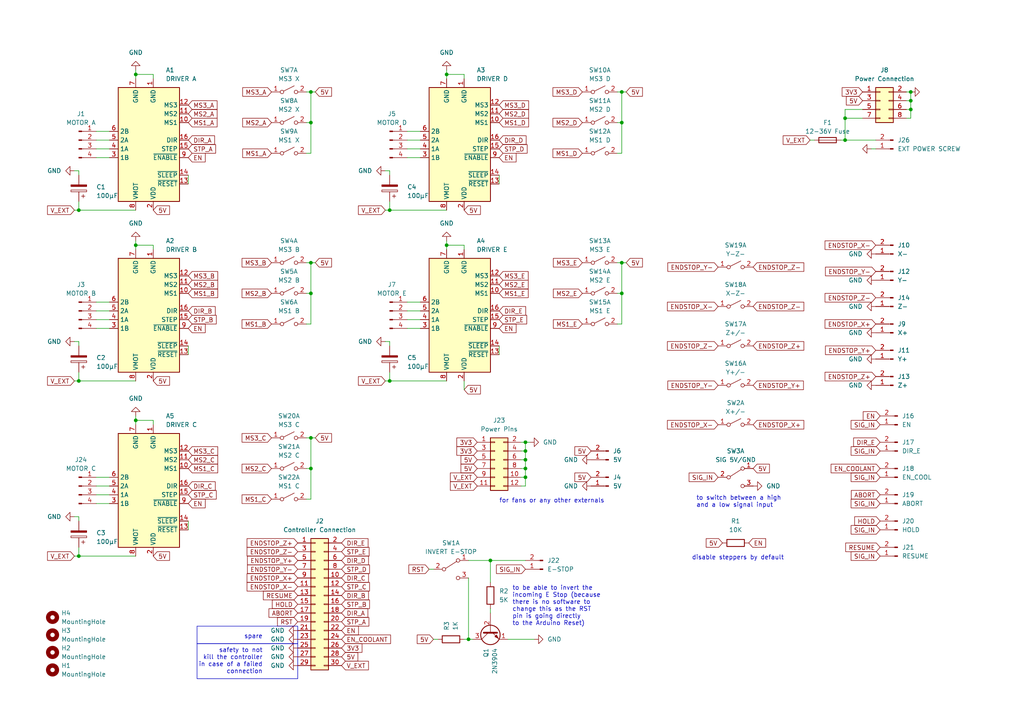
<source format=kicad_sch>
(kicad_sch (version 20230121) (generator eeschema)
  (paper "A4")
  (title_block (title "GRBL Stepcraft Shield") (rev "1.0") (company "THM"))
  (junction (at 152.4 133.35))
  (junction (at 22.86 60.96))
  (junction (at 264.16 29.21))
  (junction (at 90.17 76.2))
  (junction (at 152.4 130.81))
  (junction (at 264.16 26.67))
  (junction (at 129.54 71.12))
  (junction (at 22.86 161.29))
  (junction (at 39.37 121.92))
  (junction (at 180.34 85.09))
  (junction (at 152.4 128.27))
  (junction (at 180.34 76.2))
  (junction (at 113.03 110.49))
  (junction (at 22.86 110.49))
  (junction (at 180.34 35.56))
  (junction (at 90.17 85.09))
  (junction (at 90.17 135.89))
  (junction (at 135.89 185.42))
  (junction (at 129.54 21.59))
  (junction (at 180.34 26.67))
  (junction (at 90.17 35.56))
  (junction (at 39.37 21.59))
  (junction (at 90.17 26.67))
  (junction (at 152.4 135.89))
  (junction (at 264.16 31.75))
  (junction (at 245.11 40.64))
  (junction (at 39.37 71.12))
  (junction (at 90.17 127))
  (junction (at 245.11 34.29))
  (junction (at 113.03 60.96))
  (junction (at 142.24 162.56))
  (junction (at 152.4 138.43))
  (wire (pts (xy 252.73 43.18) (xy 254 43.18)))
  (wire (pts (xy 88.9 93.98) (xy 90.17 93.98)))
  (wire (pts (xy 262.89 29.21) (xy 264.16 29.21)))
  (wire (pts (xy 113.03 60.96) (xy 129.54 60.96)))
  (wire (pts (xy 179.07 85.09) (xy 180.34 85.09)))
  (wire (pts (xy 39.37 120.65) (xy 39.37 121.92)))
  (wire (pts (xy 129.54 71.12) (xy 134.62 71.12)))
  (wire (pts (xy 113.03 107.95) (xy 113.03 110.49)))
  (wire (pts (xy 180.34 35.56) (xy 180.34 44.45)))
  (wire (pts (xy 54.61 100.33) (xy 54.61 102.87)))
  (wire (pts (xy 118.11 45.72) (xy 121.92 45.72)))
  (wire (pts (xy 129.54 71.12) (xy 129.54 72.39)))
  (wire (pts (xy 118.11 43.18) (xy 121.92 43.18)))
  (wire (pts (xy 88.9 135.89) (xy 90.17 135.89)))
  (wire (pts (xy 39.37 69.85) (xy 39.37 71.12)))
  (wire (pts (xy 151.13 133.35) (xy 152.4 133.35)))
  (wire (pts (xy 27.94 146.05) (xy 31.75 146.05)))
  (wire (pts (xy 39.37 21.59) (xy 44.45 21.59)))
  (wire (pts (xy 22.86 60.96) (xy 39.37 60.96)))
  (wire (pts (xy 135.89 167.64) (xy 135.89 185.42)))
  (wire (pts (xy 179.07 35.56) (xy 180.34 35.56)))
  (wire (pts (xy 118.11 38.1) (xy 121.92 38.1)))
  (wire (pts (xy 27.94 140.97) (xy 31.75 140.97)))
  (wire (pts (xy 180.34 26.67) (xy 180.34 35.56)))
  (wire (pts (xy 179.07 76.2) (xy 180.34 76.2)))
  (wire (pts (xy 27.94 143.51) (xy 31.75 143.51)))
  (wire (pts (xy 21.59 110.49) (xy 22.86 110.49)))
  (wire (pts (xy 90.17 85.09) (xy 90.17 93.98)))
  (wire (pts (xy 54.61 151.13) (xy 54.61 153.67)))
  (wire (pts (xy 152.4 128.27) (xy 153.67 128.27)))
  (wire (pts (xy 90.17 35.56) (xy 90.17 44.45)))
  (wire (pts (xy 179.07 44.45) (xy 180.34 44.45)))
  (wire (pts (xy 142.24 168.91) (xy 142.24 162.56)))
  (wire (pts (xy 125.73 185.42) (xy 127 185.42)))
  (wire (pts (xy 90.17 76.2) (xy 90.17 85.09)))
  (wire (pts (xy 27.94 40.64) (xy 31.75 40.64)))
  (wire (pts (xy 88.9 35.56) (xy 90.17 35.56)))
  (wire (pts (xy 245.11 34.29) (xy 250.19 34.29)))
  (wire (pts (xy 27.94 95.25) (xy 31.75 95.25)))
  (wire (pts (xy 245.11 34.29) (xy 245.11 40.64)))
  (wire (pts (xy 129.54 20.32) (xy 129.54 21.59)))
  (wire (pts (xy 111.76 99.06) (xy 113.03 99.06)))
  (wire (pts (xy 90.17 135.89) (xy 90.17 144.78)))
  (wire (pts (xy 39.37 21.59) (xy 39.37 22.86)))
  (wire (pts (xy 21.59 161.29) (xy 22.86 161.29)))
  (wire (pts (xy 22.86 58.42) (xy 22.86 60.96)))
  (wire (pts (xy 151.13 135.89) (xy 152.4 135.89)))
  (wire (pts (xy 90.17 127) (xy 90.17 135.89)))
  (wire (pts (xy 90.17 26.67) (xy 90.17 35.56)))
  (wire (pts (xy 44.45 22.86) (xy 44.45 21.59)))
  (wire (pts (xy 245.11 31.75) (xy 250.19 31.75)))
  (wire (pts (xy 134.62 72.39) (xy 134.62 71.12)))
  (wire (pts (xy 90.17 76.2) (xy 91.44 76.2)))
  (wire (pts (xy 118.11 95.25) (xy 121.92 95.25)))
  (wire (pts (xy 39.37 20.32) (xy 39.37 21.59)))
  (wire (pts (xy 113.03 58.42) (xy 113.03 60.96)))
  (wire (pts (xy 152.4 140.97) (xy 152.4 138.43)))
  (wire (pts (xy 22.86 100.33) (xy 22.86 99.06)))
  (wire (pts (xy 113.03 50.8) (xy 113.03 49.53)))
  (wire (pts (xy 180.34 85.09) (xy 180.34 93.98)))
  (wire (pts (xy 90.17 127) (xy 91.44 127)))
  (wire (pts (xy 27.94 87.63) (xy 31.75 87.63)))
  (wire (pts (xy 152.4 138.43) (xy 152.4 135.89)))
  (wire (pts (xy 264.16 31.75) (xy 264.16 34.29)))
  (wire (pts (xy 147.32 185.42) (xy 154.94 185.42)))
  (wire (pts (xy 22.86 161.29) (xy 39.37 161.29)))
  (wire (pts (xy 27.94 38.1) (xy 31.75 38.1)))
  (wire (pts (xy 27.94 92.71) (xy 31.75 92.71)))
  (wire (pts (xy 129.54 21.59) (xy 129.54 22.86)))
  (wire (pts (xy 27.94 43.18) (xy 31.75 43.18)))
  (wire (pts (xy 111.76 110.49) (xy 113.03 110.49)))
  (wire (pts (xy 151.13 140.97) (xy 152.4 140.97)))
  (wire (pts (xy 118.11 40.64) (xy 121.92 40.64)))
  (wire (pts (xy 21.59 60.96) (xy 22.86 60.96)))
  (wire (pts (xy 44.45 123.19) (xy 44.45 121.92)))
  (wire (pts (xy 134.62 185.42) (xy 135.89 185.42)))
  (wire (pts (xy 134.62 110.49) (xy 134.62 113.03)))
  (wire (pts (xy 180.34 26.67) (xy 181.61 26.67)))
  (wire (pts (xy 142.24 176.53) (xy 142.24 177.8)))
  (wire (pts (xy 152.4 130.81) (xy 152.4 128.27)))
  (wire (pts (xy 262.89 34.29) (xy 264.16 34.29)))
  (wire (pts (xy 22.86 158.75) (xy 22.86 161.29)))
  (wire (pts (xy 262.89 26.67) (xy 264.16 26.67)))
  (wire (pts (xy 142.24 162.56) (xy 152.4 162.56)))
  (wire (pts (xy 151.13 130.81) (xy 152.4 130.81)))
  (wire (pts (xy 264.16 26.67) (xy 264.16 29.21)))
  (wire (pts (xy 21.59 149.86) (xy 22.86 149.86)))
  (wire (pts (xy 262.89 31.75) (xy 264.16 31.75)))
  (wire (pts (xy 245.11 40.64) (xy 254 40.64)))
  (wire (pts (xy 39.37 71.12) (xy 39.37 72.39)))
  (wire (pts (xy 135.89 162.56) (xy 142.24 162.56)))
  (wire (pts (xy 22.86 151.13) (xy 22.86 149.86)))
  (wire (pts (xy 111.76 60.96) (xy 113.03 60.96)))
  (wire (pts (xy 90.17 26.67) (xy 91.44 26.67)))
  (wire (pts (xy 27.94 45.72) (xy 31.75 45.72)))
  (wire (pts (xy 88.9 144.78) (xy 90.17 144.78)))
  (wire (pts (xy 27.94 138.43) (xy 31.75 138.43)))
  (wire (pts (xy 39.37 121.92) (xy 44.45 121.92)))
  (wire (pts (xy 144.78 50.8) (xy 144.78 53.34)))
  (wire (pts (xy 152.4 135.89) (xy 152.4 133.35)))
  (wire (pts (xy 39.37 71.12) (xy 44.45 71.12)))
  (wire (pts (xy 135.89 185.42) (xy 137.16 185.42)))
  (wire (pts (xy 129.54 69.85) (xy 129.54 71.12)))
  (wire (pts (xy 113.03 100.33) (xy 113.03 99.06)))
  (wire (pts (xy 88.9 127) (xy 90.17 127)))
  (wire (pts (xy 134.62 22.86) (xy 134.62 21.59)))
  (wire (pts (xy 118.11 87.63) (xy 121.92 87.63)))
  (wire (pts (xy 180.34 76.2) (xy 181.61 76.2)))
  (wire (pts (xy 111.76 49.53) (xy 113.03 49.53)))
  (wire (pts (xy 180.34 76.2) (xy 180.34 85.09)))
  (wire (pts (xy 179.07 26.67) (xy 180.34 26.67)))
  (wire (pts (xy 22.86 110.49) (xy 39.37 110.49)))
  (wire (pts (xy 22.86 50.8) (xy 22.86 49.53)))
  (wire (pts (xy 88.9 44.45) (xy 90.17 44.45)))
  (wire (pts (xy 243.84 40.64) (xy 245.11 40.64)))
  (wire (pts (xy 21.59 49.53) (xy 22.86 49.53)))
  (wire (pts (xy 113.03 110.49) (xy 129.54 110.49)))
  (wire (pts (xy 264.16 29.21) (xy 264.16 31.75)))
  (wire (pts (xy 151.13 128.27) (xy 152.4 128.27)))
  (wire (pts (xy 151.13 138.43) (xy 152.4 138.43)))
  (wire (pts (xy 118.11 92.71) (xy 121.92 92.71)))
  (wire (pts (xy 245.11 31.75) (xy 245.11 34.29)))
  (wire (pts (xy 88.9 26.67) (xy 90.17 26.67)))
  (wire (pts (xy 152.4 133.35) (xy 152.4 130.81)))
  (wire (pts (xy 88.9 85.09) (xy 90.17 85.09)))
  (wire (pts (xy 179.07 93.98) (xy 180.34 93.98)))
  (wire (pts (xy 129.54 21.59) (xy 134.62 21.59)))
  (wire (pts (xy 54.61 50.8) (xy 54.61 53.34)))
  (wire (pts (xy 22.86 107.95) (xy 22.86 110.49)))
  (wire (pts (xy 39.37 121.92) (xy 39.37 123.19)))
  (wire (pts (xy 234.95 40.64) (xy 236.22 40.64)))
  (wire (pts (xy 118.11 90.17) (xy 121.92 90.17)))
  (wire (pts (xy 44.45 72.39) (xy 44.45 71.12)))
  (wire (pts (xy 88.9 76.2) (xy 90.17 76.2)))
  (wire (pts (xy 21.59 99.06) (xy 22.86 99.06)))
  (wire (pts (xy 27.94 90.17) (xy 31.75 90.17)))
  (wire (pts (xy 144.78 100.33) (xy 144.78 102.87)))
  (wire (pts (xy 125.73 165.1) (xy 124.46 165.1)))
  (rectangle (start 57.15 186.69) (end 86.36 196.85))
  (rectangle (start 57.15 181.61) (end 86.36 186.69))
  (text "safety to not\nkill the controller\nin case of a failed\nconnection" (at 76.2 195.58 0) (effects (font (size 1.27 1.27)) (justify right bottom)))
  (text "for fans or any other externals" (at 144.78 146.05 0) (effects (font (size 1.27 1.27)) (justify left bottom)))
  (text "to be able to invert the \nincoming E Stop (because \nthere is no software to \nchange this as the RST \npin is going directly \nto the Arduino Reset)" (at 148.59 181.61 0) (effects (font (size 1.27 1.27)) (justify left bottom)))
  (text "spare" (at 76.2 185.42 0) (effects (font (size 1.27 1.27)) (justify right bottom)))
  (text "to switch between a high \nand a low signal input" (at 201.93 147.32 0) (effects (font (size 1.27 1.27)) (justify left bottom)))
  (text "disable steppers by default" (at 200.66 162.56 0) (effects (font (size 1.27 1.27)) (justify left bottom)))
  (global_label "V_EXT" (shape input) (at 21.59 60.96 180) (property "Intersheetrefs" "${INTERSHEET_REFS}" (effects hide)))
  (global_label "5V" (shape input) (at 171.45 130.81 180) (property "Intersheetrefs" "${INTERSHEET_REFS}" (effects hide)))
  (global_label "MS1_D" (shape input) (at 144.78 35.56 0) (property "Intersheetrefs" "${INTERSHEET_REFS}" (effects hide)))
  (global_label "MS2_A" (shape input) (at 54.61 33.02 0) (property "Intersheetrefs" "${INTERSHEET_REFS}" (effects hide)))
  (global_label "5V" (shape input) (at 91.44 26.67 0) (property "Intersheetrefs" "${INTERSHEET_REFS}" (effects hide)))
  (global_label "SIG_IN" (shape input) (at 152.4 165.1 180) (property "Intersheetrefs" "${INTERSHEET_REFS}" (effects hide)))
  (global_label "ENDSTOP_Z-" (shape input) (at 218.44 77.47 0) (property "Intersheetrefs" "${INTERSHEET_REFS}" (effects hide)))
  (global_label "5V" (shape input) (at 44.45 161.29 0) (property "Intersheetrefs" "${INTERSHEET_REFS}" (effects hide)))
  (global_label "5V" (shape input) (at 99.06 190.5 0) (property "Intersheetrefs" "${INTERSHEET_REFS}" (effects hide)))
  (global_label "DIR_E" (shape input) (at 144.78 90.17 0) (property "Intersheetrefs" "${INTERSHEET_REFS}" (effects hide)))
  (global_label "5V" (shape input) (at 171.45 138.43 180) (property "Intersheetrefs" "${INTERSHEET_REFS}" (effects hide)))
  (global_label "DIR_E" (shape input) (at 99.06 157.48 0) (property "Intersheetrefs" "${INTERSHEET_REFS}" (effects hide)))
  (global_label "ENDSTOP_Z+" (shape input) (at 254 109.22 180) (property "Intersheetrefs" "${INTERSHEET_REFS}" (effects hide)))
  (global_label "MS3_D" (shape input) (at 144.78 30.48 0) (property "Intersheetrefs" "${INTERSHEET_REFS}" (effects hide)))
  (global_label "DIR_B" (shape input) (at 54.61 90.17 0) (property "Intersheetrefs" "${INTERSHEET_REFS}" (effects hide)))
  (global_label "MS3_E" (shape input) (at 168.91 76.2 180) (property "Intersheetrefs" "${INTERSHEET_REFS}" (effects hide)))
  (global_label "SIG_IN" (shape input) (at 255.27 130.81 180) (property "Intersheetrefs" "${INTERSHEET_REFS}" (effects hide)))
  (global_label "MS1_D" (shape input) (at 168.91 44.45 180) (property "Intersheetrefs" "${INTERSHEET_REFS}" (effects hide)))
  (global_label "STP_A" (shape input) (at 54.61 43.18 0) (property "Intersheetrefs" "${INTERSHEET_REFS}" (effects hide)))
  (global_label "DIR_C" (shape input) (at 54.61 140.97 0) (property "Intersheetrefs" "${INTERSHEET_REFS}" (effects hide)))
  (global_label "EN" (shape input) (at 144.78 45.72 0) (property "Intersheetrefs" "${INTERSHEET_REFS}" (effects hide)))
  (global_label "MS1_A" (shape input) (at 54.61 35.56 0) (property "Intersheetrefs" "${INTERSHEET_REFS}" (effects hide)))
  (global_label "V_EXT" (shape input) (at 111.76 110.49 180) (property "Intersheetrefs" "${INTERSHEET_REFS}" (effects hide)))
  (global_label "ENDSTOP_X-" (shape input) (at 208.28 123.19 180) (property "Intersheetrefs" "${INTERSHEET_REFS}" (effects hide)))
  (global_label "ENDSTOP_Y-" (shape input) (at 86.36 165.1 180) (property "Intersheetrefs" "${INTERSHEET_REFS}" (effects hide)))
  (global_label "5V" (shape input) (at 134.62 113.03 0) (property "Intersheetrefs" "${INTERSHEET_REFS}" (effects hide)))
  (global_label "5V" (shape input) (at 44.45 110.49 0) (property "Intersheetrefs" "${INTERSHEET_REFS}" (effects hide)))
  (global_label "V_EXT" (shape input) (at 21.59 161.29 180) (property "Intersheetrefs" "${INTERSHEET_REFS}" (effects hide)))
  (global_label "SIG_IN" (shape input) (at 255.27 138.43 180) (property "Intersheetrefs" "${INTERSHEET_REFS}" (effects hide)))
  (global_label "3V3" (shape input) (at 250.19 26.67 180) (property "Intersheetrefs" "${INTERSHEET_REFS}" (effects hide)))
  (global_label "DIR_C" (shape input) (at 99.06 167.64 0) (property "Intersheetrefs" "${INTERSHEET_REFS}" (effects hide)))
  (global_label "V_EXT" (shape input) (at 138.43 138.43 180) (property "Intersheetrefs" "${INTERSHEET_REFS}" (effects hide)))
  (global_label "5V" (shape input) (at 91.44 127 0) (property "Intersheetrefs" "${INTERSHEET_REFS}" (effects hide)))
  (global_label "MS2_D" (shape input) (at 168.91 35.56 180) (property "Intersheetrefs" "${INTERSHEET_REFS}" (effects hide)))
  (global_label "RESUME" (shape input) (at 255.27 158.75 180) (property "Intersheetrefs" "${INTERSHEET_REFS}" (effects hide)))
  (global_label "DIR_B" (shape input) (at 99.06 172.72 0) (property "Intersheetrefs" "${INTERSHEET_REFS}" (effects hide)))
  (global_label "MS2_A" (shape input) (at 78.74 35.56 180) (property "Intersheetrefs" "${INTERSHEET_REFS}" (effects hide)))
  (global_label "EN" (shape input) (at 144.78 95.25 0) (property "Intersheetrefs" "${INTERSHEET_REFS}" (effects hide)))
  (global_label "RST" (shape input) (at 124.46 165.1 180) (property "Intersheetrefs" "${INTERSHEET_REFS}" (effects hide)))
  (global_label "3V3" (shape input) (at 138.43 130.81 180) (property "Intersheetrefs" "${INTERSHEET_REFS}" (effects hide)))
  (global_label "SIG_IN" (shape input) (at 255.27 146.05 180) (property "Intersheetrefs" "${INTERSHEET_REFS}" (effects hide)))
  (global_label "5V" (shape input) (at 138.43 133.35 180) (property "Intersheetrefs" "${INTERSHEET_REFS}" (effects hide)))
  (global_label "ENDSTOP_X-" (shape input) (at 86.36 170.18 180) (property "Intersheetrefs" "${INTERSHEET_REFS}" (effects hide)))
  (global_label "STP_C" (shape input) (at 54.61 143.51 0) (property "Intersheetrefs" "${INTERSHEET_REFS}" (effects hide)))
  (global_label "ENDSTOP_X+" (shape input) (at 86.36 167.64 180) (property "Intersheetrefs" "${INTERSHEET_REFS}" (effects hide)))
  (global_label "ENDSTOP_Z-" (shape input) (at 254 86.36 180) (property "Intersheetrefs" "${INTERSHEET_REFS}" (effects hide)))
  (global_label "STP_B" (shape input) (at 54.61 92.71 0) (property "Intersheetrefs" "${INTERSHEET_REFS}" (effects hide)))
  (global_label "5V" (shape input) (at 218.44 135.89 0) (property "Intersheetrefs" "${INTERSHEET_REFS}" (effects hide)))
  (global_label "ABORT" (shape input) (at 255.27 143.51 180) (property "Intersheetrefs" "${INTERSHEET_REFS}" (effects hide)))
  (global_label "MS2_B" (shape input) (at 78.74 85.09 180) (property "Intersheetrefs" "${INTERSHEET_REFS}" (effects hide)))
  (global_label "SIG_IN" (shape input) (at 255.27 161.29 180) (property "Intersheetrefs" "${INTERSHEET_REFS}" (effects hide)))
  (global_label "ENDSTOP_X-" (shape input) (at 208.28 88.9 180) (property "Intersheetrefs" "${INTERSHEET_REFS}" (effects hide)))
  (global_label "EN" (shape input) (at 217.17 157.48 0) (property "Intersheetrefs" "${INTERSHEET_REFS}" (effects hide)))
  (global_label "5V" (shape input) (at 44.45 60.96 0) (property "Intersheetrefs" "${INTERSHEET_REFS}" (effects hide)))
  (global_label "MS1_E" (shape input) (at 144.78 85.09 0) (property "Intersheetrefs" "${INTERSHEET_REFS}" (effects hide)))
  (global_label "ENDSTOP_Y+" (shape input) (at 86.36 162.56 180) (property "Intersheetrefs" "${INTERSHEET_REFS}" (effects hide)))
  (global_label "EN" (shape input) (at 54.61 146.05 0) (property "Intersheetrefs" "${INTERSHEET_REFS}" (effects hide)))
  (global_label "ENDSTOP_Z-" (shape input) (at 86.36 160.02 180) (property "Intersheetrefs" "${INTERSHEET_REFS}" (effects hide)))
  (global_label "MS2_C" (shape input) (at 78.74 135.89 180) (property "Intersheetrefs" "${INTERSHEET_REFS}" (effects hide)))
  (global_label "V_EXT" (shape input) (at 99.06 193.04 0) (property "Intersheetrefs" "${INTERSHEET_REFS}" (effects hide)))
  (global_label "ENDSTOP_X+" (shape input) (at 254 93.98 180) (property "Intersheetrefs" "${INTERSHEET_REFS}" (effects hide)))
  (global_label "ENDSTOP_X-" (shape input) (at 254 71.12 180) (property "Intersheetrefs" "${INTERSHEET_REFS}" (effects hide)))
  (global_label "V_EXT" (shape input) (at 21.59 110.49 180) (property "Intersheetrefs" "${INTERSHEET_REFS}" (effects hide)))
  (global_label "MS3_B" (shape input) (at 54.61 80.01 0) (property "Intersheetrefs" "${INTERSHEET_REFS}" (effects hide)))
  (global_label "EN" (shape input) (at 54.61 45.72 0) (property "Intersheetrefs" "${INTERSHEET_REFS}" (effects hide)))
  (global_label "HOLD" (shape input) (at 86.36 175.26 180) (property "Intersheetrefs" "${INTERSHEET_REFS}" (effects hide)))
  (global_label "STP_B" (shape input) (at 99.06 175.26 0) (property "Intersheetrefs" "${INTERSHEET_REFS}" (effects hide)))
  (global_label "ENDSTOP_Z-" (shape input) (at 208.28 100.33 180) (property "Intersheetrefs" "${INTERSHEET_REFS}" (effects hide)))
  (global_label "MS1_B" (shape input) (at 54.61 85.09 0) (property "Intersheetrefs" "${INTERSHEET_REFS}" (effects hide)))
  (global_label "5V" (shape input) (at 181.61 76.2 0) (property "Intersheetrefs" "${INTERSHEET_REFS}" (effects hide)))
  (global_label "V_EXT" (shape input) (at 111.76 60.96 180) (property "Intersheetrefs" "${INTERSHEET_REFS}" (effects hide)))
  (global_label "MS3_A" (shape input) (at 78.74 26.67 180) (property "Intersheetrefs" "${INTERSHEET_REFS}" (effects hide)))
  (global_label "STP_C" (shape input) (at 99.06 170.18 0) (property "Intersheetrefs" "${INTERSHEET_REFS}" (effects hide)))
  (global_label "5V" (shape input) (at 134.62 60.96 0) (property "Intersheetrefs" "${INTERSHEET_REFS}" (effects hide)))
  (global_label "SIG_IN" (shape input) (at 208.28 138.43 180) (property "Intersheetrefs" "${INTERSHEET_REFS}" (effects hide)))
  (global_label "ABORT" (shape input) (at 86.36 177.8 180) (property "Intersheetrefs" "${INTERSHEET_REFS}" (effects hide)))
  (global_label "STP_D" (shape input) (at 99.06 165.1 0) (property "Intersheetrefs" "${INTERSHEET_REFS}" (effects hide)))
  (global_label "MS3_C" (shape input) (at 78.74 127 180) (property "Intersheetrefs" "${INTERSHEET_REFS}" (effects hide)))
  (global_label "DIR_E" (shape input) (at 255.27 128.27 180) (property "Intersheetrefs" "${INTERSHEET_REFS}" (effects hide)))
  (global_label "RST" (shape input) (at 86.36 180.34 180) (property "Intersheetrefs" "${INTERSHEET_REFS}" (effects hide)))
  (global_label "5V" (shape input) (at 250.19 29.21 180) (property "Intersheetrefs" "${INTERSHEET_REFS}" (effects hide)))
  (global_label "STP_A" (shape input) (at 99.06 180.34 0) (property "Intersheetrefs" "${INTERSHEET_REFS}" (effects hide)))
  (global_label "DIR_A" (shape input) (at 54.61 40.64 0) (property "Intersheetrefs" "${INTERSHEET_REFS}" (effects hide)))
  (global_label "SIG_IN" (shape input) (at 255.27 123.19 180) (property "Intersheetrefs" "${INTERSHEET_REFS}" (effects hide)))
  (global_label "ENDSTOP_Y-" (shape input) (at 254 78.74 180) (property "Intersheetrefs" "${INTERSHEET_REFS}" (effects hide)))
  (global_label "5V" (shape input) (at 138.43 135.89 180) (property "Intersheetrefs" "${INTERSHEET_REFS}" (effects hide)))
  (global_label "RESUME" (shape input) (at 86.36 172.72 180) (property "Intersheetrefs" "${INTERSHEET_REFS}" (effects hide)))
  (global_label "MS1_C" (shape input) (at 78.74 144.78 180) (property "Intersheetrefs" "${INTERSHEET_REFS}" (effects hide)))
  (global_label "MS3_C" (shape input) (at 54.61 130.81 0) (property "Intersheetrefs" "${INTERSHEET_REFS}" (effects hide)))
  (global_label "ENDSTOP_Y+" (shape input) (at 254 101.6 180) (property "Intersheetrefs" "${INTERSHEET_REFS}" (effects hide)))
  (global_label "EN_COOLANT" (shape input) (at 99.06 185.42 0) (property "Intersheetrefs" "${INTERSHEET_REFS}" (effects hide)))
  (global_label "MS2_E" (shape input) (at 168.91 85.09 180) (property "Intersheetrefs" "${INTERSHEET_REFS}" (effects hide)))
  (global_label "ENDSTOP_Y+" (shape input) (at 218.44 111.76 0) (property "Intersheetrefs" "${INTERSHEET_REFS}" (effects hide)))
  (global_label "ENDSTOP_Z+" (shape input) (at 218.44 100.33 0) (property "Intersheetrefs" "${INTERSHEET_REFS}" (effects hide)))
  (global_label "5V" (shape input) (at 209.55 157.48 180) (property "Intersheetrefs" "${INTERSHEET_REFS}" (effects hide)))
  (global_label "MS2_B" (shape input) (at 54.61 82.55 0) (property "Intersheetrefs" "${INTERSHEET_REFS}" (effects hide)))
  (global_label "ENDSTOP_X+" (shape input) (at 218.44 123.19 0) (property "Intersheetrefs" "${INTERSHEET_REFS}" (effects hide)))
  (global_label "3V3" (shape input) (at 99.06 187.96 0) (property "Intersheetrefs" "${INTERSHEET_REFS}" (effects hide)))
  (global_label "V_EXT" (shape input) (at 234.95 40.64 180) (property "Intersheetrefs" "${INTERSHEET_REFS}" (effects hide)))
  (global_label "SIG_IN" (shape input) (at 255.27 153.67 180) (property "Intersheetrefs" "${INTERSHEET_REFS}" (effects hide)))
  (global_label "MS1_C" (shape input) (at 54.61 135.89 0) (property "Intersheetrefs" "${INTERSHEET_REFS}" (effects hide)))
  (global_label "MS2_C" (shape input) (at 54.61 133.35 0) (property "Intersheetrefs" "${INTERSHEET_REFS}" (effects hide)))
  (global_label "MS3_A" (shape input) (at 54.61 30.48 0) (property "Intersheetrefs" "${INTERSHEET_REFS}" (effects hide)))
  (global_label "DIR_A" (shape input) (at 99.06 177.8 0) (property "Intersheetrefs" "${INTERSHEET_REFS}" (effects hide)))
  (global_label "ENDSTOP_Z+" (shape input) (at 86.36 157.48 180) (property "Intersheetrefs" "${INTERSHEET_REFS}" (effects hide)))
  (global_label "5V" (shape input) (at 91.44 76.2 0) (property "Intersheetrefs" "${INTERSHEET_REFS}" (effects hide)))
  (global_label "EN_COOLANT" (shape input) (at 255.27 135.89 180) (property "Intersheetrefs" "${INTERSHEET_REFS}" (effects hide)))
  (global_label "MS1_B" (shape input) (at 78.74 93.98 180) (property "Intersheetrefs" "${INTERSHEET_REFS}" (effects hide)))
  (global_label "ENDSTOP_Y-" (shape input) (at 208.28 77.47 180) (property "Intersheetrefs" "${INTERSHEET_REFS}" (effects hide)))
  (global_label "5V" (shape input) (at 181.61 26.67 0) (property "Intersheetrefs" "${INTERSHEET_REFS}" (effects hide)))
  (global_label "EN" (shape input) (at 99.06 182.88 0) (property "Intersheetrefs" "${INTERSHEET_REFS}" (effects hide)))
  (global_label "MS1_E" (shape input) (at 168.91 93.98 180) (property "Intersheetrefs" "${INTERSHEET_REFS}" (effects hide)))
  (global_label "V_EXT" (shape input) (at 138.43 140.97 180) (property "Intersheetrefs" "${INTERSHEET_REFS}" (effects hide)))
  (global_label "5V" (shape input) (at 125.73 185.42 180) (property "Intersheetrefs" "${INTERSHEET_REFS}" (effects hide)))
  (global_label "STP_E" (shape input) (at 144.78 92.71 0) (property "Intersheetrefs" "${INTERSHEET_REFS}" (effects hide)))
  (global_label "EN" (shape input) (at 54.61 95.25 0) (property "Intersheetrefs" "${INTERSHEET_REFS}" (effects hide)))
  (global_label "DIR_D" (shape input) (at 99.06 162.56 0) (property "Intersheetrefs" "${INTERSHEET_REFS}" (effects hide)))
  (global_label "DIR_D" (shape input) (at 144.78 40.64 0) (property "Intersheetrefs" "${INTERSHEET_REFS}" (effects hide)))
  (global_label "ENDSTOP_Z-" (shape input) (at 218.44 88.9 0) (property "Intersheetrefs" "${INTERSHEET_REFS}" (effects hide)))
  (global_label "HOLD" (shape input) (at 255.27 151.13 180) (property "Intersheetrefs" "${INTERSHEET_REFS}" (effects hide)))
  (global_label "STP_D" (shape input) (at 144.78 43.18 0) (property "Intersheetrefs" "${INTERSHEET_REFS}" (effects hide)))
  (global_label "MS3_D" (shape input) (at 168.91 26.67 180) (property "Intersheetrefs" "${INTERSHEET_REFS}" (effects hide)))
  (global_label "MS2_D" (shape input) (at 144.78 33.02 0) (property "Intersheetrefs" "${INTERSHEET_REFS}" (effects hide)))
  (global_label "EN" (shape input) (at 255.27 120.65 180) (property "Intersheetrefs" "${INTERSHEET_REFS}" (effects hide)))
  (global_label "STP_E" (shape input) (at 99.06 160.02 0) (property "Intersheetrefs" "${INTERSHEET_REFS}" (effects hide)))
  (global_label "3V3" (shape input) (at 138.43 128.27 180) (property "Intersheetrefs" "${INTERSHEET_REFS}" (effects hide)))
  (global_label "MS3_E" (shape input) (at 144.78 80.01 0) (property "Intersheetrefs" "${INTERSHEET_REFS}" (effects hide)))
  (global_label "MS1_A" (shape input) (at 78.74 44.45 180) (property "Intersheetrefs" "${INTERSHEET_REFS}" (effects hide)))
  (global_label "ENDSTOP_Y-" (shape input) (at 208.28 111.76 180) (property "Intersheetrefs" "${INTERSHEET_REFS}" (effects hide)))
  (global_label "MS3_B" (shape input) (at 78.74 76.2 180) (property "Intersheetrefs" "${INTERSHEET_REFS}" (effects hide)))
  (global_label "MS2_E" (shape input) (at 144.78 82.55 0) (property "Intersheetrefs" "${INTERSHEET_REFS}" (effects hide)))
  (symbol (lib_id "Device:C_Polarized") (at 22.86 54.61 180) (unit 1)
    (property "Reference" "C1" (at 27.94 54.229 0) (effects (justify right)))
    (property "Value" "100µF" (at 27.94 56.769 0) (effects (justify right)))
    (property "Footprint" "Capacitor_THT:CP_Radial_D6.3mm_P2.50mm" (effects hide))
  )
  (symbol (lib_id "Switch:SW_DPST_x2") (at 173.99 93.98 0) (unit 1)
    (property "Reference" "SW15" (at 173.99 87.63 0))
    (property "Value" "MS1 E" (at 173.99 90.17 0))
    (property "Footprint" "Button_Switch_THT:SW_DIP_SPSTx01_Slide_9.78x4.72mm_W7.62mm_P2.54mm" (effects hide))
  )
  (symbol (lib_id "Connector:Conn_01x02_Pin") (at 176.53 133.35 180) (unit 1)
    (property "Reference" "J6" (at 177.8 130.81 0) (effects (justify right)))
    (property "Value" "5V" (at 177.8 133.35 0) (effects (justify right)))
    (property "Footprint" "TerminalBlock:TerminalBlock_bornier-2_P5.08mm" (effects hide))
  )
  (symbol (lib_id "power:GND") (at 254 111.76 270) (unit 1)
    (property "Reference" "#PWR014" (effects hide))
    (property "Value" "GND" (at 250.19 111.76 90) (effects (justify right)))
  )
  (symbol (lib_id "power:GND") (at 86.36 193.04 270) (unit 1)
    (property "Reference" "#PWR028" (effects hide))
    (property "Value" "GND" (at 82.55 193.04 90) (effects (justify right)))
  )
  (symbol (lib_id "Switch:SW_DPST_x2") (at 213.36 123.19 0) (unit 1)
    (property "Reference" "SW2" (at 213.36 116.84 0))
    (property "Value" "X+/-" (at 213.36 119.38 0))
    (property "Footprint" "Button_Switch_THT:SW_DIP_SPSTx01_Slide_9.78x4.72mm_W7.62mm_P2.54mm" (effects hide))
  )
  (symbol (lib_id "Device:C_Polarized") (at 22.86 104.14 180) (unit 1)
    (property "Reference" "C2" (at 27.94 103.759 0) (effects (justify right)))
    (property "Value" "100µF" (at 27.94 106.299 0) (effects (justify right)))
    (property "Footprint" "Capacitor_THT:CP_Radial_D6.3mm_P2.50mm" (effects hide))
  )
  (symbol (lib_id "Driver_Motor:Pololu_Breakout_A4988") (at 134.62 92.71 180) (unit 1)
    (property "Reference" "A4" (at 138.2461 69.85 0) (effects (justify right)))
    (property "Value" "DRIVER E" (at 138.2461 72.39 0) (effects (justify right)))
    (property "Footprint" "Module:Pololu_Breakout-16_15.2x20.3mm" (effects hide))
    (property "Datasheet" "https://www.pololu.com/product/2980/pictures" (effects hide))
  )
  (symbol (lib_id "Connector:Conn_01x02_Pin") (at 260.35 123.19 180) (unit 1)
    (property "Reference" "J16" (at 261.62 120.65 0) (effects (justify right)))
    (property "Value" "EN" (at 261.62 123.19 0) (effects (justify right)))
    (property "Footprint" "TerminalBlock:TerminalBlock_bornier-2_P5.08mm" (effects hide))
  )
  (symbol (lib_id "power:GND") (at 111.76 49.53 270) (unit 1)
    (property "Reference" "#PWR06" (effects hide))
    (property "Value" "GND" (at 107.95 49.53 90) (effects (justify right)))
  )
  (symbol (lib_id "Connector:Conn_01x02_Pin") (at 260.35 138.43 180) (unit 1)
    (property "Reference" "J18" (at 261.62 135.89 0) (effects (justify right)))
    (property "Value" "EN_COOL" (at 261.62 138.43 0) (effects (justify right)))
    (property "Footprint" "TerminalBlock:TerminalBlock_bornier-2_P5.08mm" (effects hide))
  )
  (symbol (lib_id "power:GND") (at 254 73.66 270) (unit 1)
    (property "Reference" "#PWR019" (effects hide))
    (property "Value" "GND" (at 250.19 73.66 90) (effects (justify right)))
  )
  (symbol (lib_id "Mechanical:MountingHole") (at 15.24 189.23 180) (unit 1)
    (property "Reference" "H2" (at 17.78 187.96 0) (effects (justify right)))
    (property "Value" "MountingHole" (at 17.78 190.5 0) (effects (justify right)))
    (property "Footprint" "MountingHole:MountingHole_3.2mm_M3" (effects hide))
  )
  (symbol (lib_id "power:GND") (at 171.45 140.97 270) (unit 1)
    (property "Reference" "#PWR018" (effects hide))
    (property "Value" "GND" (at 167.64 140.97 90) (effects (justify right)))
  )
  (symbol (lib_id "Connector_Generic:Conn_02x15_Odd_Even") (at 91.44 175.26 0) (unit 1)
    (property "Reference" "J2" (at 92.71 151.13 0))
    (property "Value" "Controller Connection" (at 92.71 153.67 0))
    (property "Footprint" "Connector_PinSocket_2.54mm:PinSocket_2x15_P2.54mm_Horizontal" (effects hide))
  )
  (symbol (lib_id "Switch:SW_DPST_x2") (at 213.36 77.47 0) (unit 1)
    (property "Reference" "SW19" (at 213.36 71.12 0))
    (property "Value" "Y-Z-" (at 213.36 73.66 0))
    (property "Footprint" "Button_Switch_THT:SW_DIP_SPSTx01_Slide_9.78x4.72mm_W7.62mm_P2.54mm" (effects hide))
  )
  (symbol (lib_id "power:GND") (at 129.54 69.85 180) (unit 1)
    (property "Reference" "#PWR04" (effects hide))
    (property "Value" "GND" (at 129.54 64.77 0))
  )
  (symbol (lib_id "Connector:Conn_01x02_Pin") (at 259.08 81.28 180) (unit 1)
    (property "Reference" "J12" (at 260.35 78.74 0) (effects (justify right)))
    (property "Value" "Y-" (at 260.35 81.28 0) (effects (justify right)))
    (property "Footprint" "TerminalBlock:TerminalBlock_bornier-2_P5.08mm" (effects hide))
  )
  (symbol (lib_id "Device:C_Polarized") (at 22.86 154.94 180) (unit 1)
    (property "Reference" "C3" (at 27.94 154.559 0) (effects (justify right)))
    (property "Value" "100µF" (at 27.94 157.099 0) (effects (justify right)))
    (property "Footprint" "Capacitor_THT:CP_Radial_D6.3mm_P2.50mm" (effects hide))
  )
  (symbol (lib_id "Switch:SW_DPST_x2") (at 173.99 26.67 0) (unit 1)
    (property "Reference" "SW10" (at 173.99 20.32 0))
    (property "Value" "MS3 D" (at 173.99 22.86 0))
    (property "Footprint" "Button_Switch_THT:SW_DIP_SPSTx01_Slide_9.78x4.72mm_W7.62mm_P2.54mm" (effects hide))
  )
  (symbol (lib_id "Switch:SW_DPST_x2") (at 83.82 85.09 0) (unit 1)
    (property "Reference" "SW5" (at 83.82 78.74 0))
    (property "Value" "MS2 B" (at 83.82 81.28 0))
    (property "Footprint" "Button_Switch_THT:SW_DIP_SPSTx01_Slide_9.78x4.72mm_W7.62mm_P2.54mm" (effects hide))
  )
  (symbol (lib_id "Connector:Conn_01x02_Pin") (at 260.35 153.67 180) (unit 1)
    (property "Reference" "J20" (at 261.62 151.13 0) (effects (justify right)))
    (property "Value" "HOLD" (at 261.62 153.67 0) (effects (justify right)))
    (property "Footprint" "TerminalBlock:TerminalBlock_bornier-2_P5.08mm" (effects hide))
  )
  (symbol (lib_id "power:GND") (at 21.59 149.86 270) (unit 1)
    (property "Reference" "#PWR012" (effects hide))
    (property "Value" "GND" (at 17.78 149.86 90) (effects (justify right)))
  )
  (symbol (lib_id "Switch:SW_DPST_x2") (at 213.36 111.76 0) (unit 1)
    (property "Reference" "SW16" (at 213.36 105.41 0))
    (property "Value" "Y+/-" (at 213.36 107.95 0))
    (property "Footprint" "Button_Switch_THT:SW_DIP_SPSTx01_Slide_9.78x4.72mm_W7.62mm_P2.54mm" (effects hide))
  )
  (symbol (lib_id "Device:R") (at 213.36 157.48 90) (unit 1)
    (property "Reference" "R1" (at 213.36 151.13 90))
    (property "Value" "10K" (at 213.36 153.67 90))
    (property "Footprint" "Resistor_THT:R_Axial_DIN0207_L6.3mm_D2.5mm_P10.16mm_Horizontal" (effects hide))
  )
  (symbol (lib_id "power:GND") (at 254 81.28 270) (unit 1)
    (property "Reference" "#PWR017" (effects hide))
    (property "Value" "GND" (at 250.19 81.28 90) (effects (justify right)))
  )
  (symbol (lib_id "Device:C_Polarized") (at 113.03 54.61 180) (unit 1)
    (property "Reference" "C4" (at 118.11 54.229 0) (effects (justify right)))
    (property "Value" "100µF" (at 118.11 56.769 0) (effects (justify right)))
    (property "Footprint" "Capacitor_THT:CP_Radial_D6.3mm_P2.50mm" (effects hide))
  )
  (symbol (lib_id "Switch:SW_DPST_x2") (at 173.99 35.56 0) (unit 1)
    (property "Reference" "SW11" (at 173.99 29.21 0))
    (property "Value" "MS2 D" (at 173.99 31.75 0))
    (property "Footprint" "Button_Switch_THT:SW_DIP_SPSTx01_Slide_9.78x4.72mm_W7.62mm_P2.54mm" (effects hide))
  )
  (symbol (lib_id "Driver_Motor:Pololu_Breakout_A4988") (at 44.45 43.18 180) (unit 1)
    (property "Reference" "A1" (at 48.0761 20.32 0) (effects (justify right)))
    (property "Value" "DRIVER A" (at 48.0761 22.86 0) (effects (justify right)))
    (property "Footprint" "Module:Pololu_Breakout-16_15.2x20.3mm" (effects hide))
    (property "Datasheet" "https://www.pololu.com/product/2980/pictures" (effects hide))
  )
  (symbol (lib_id "Connector:Conn_01x04_Pin") (at 22.86 140.97 0) (unit 1)
    (property "Reference" "J24" (at 23.495 133.35 0))
    (property "Value" "MOTOR C" (at 23.495 135.89 0))
    (property "Footprint" "TerminalBlock:TerminalBlock_bornier-4_P5.08mm" (effects hide))
  )
  (symbol (lib_id "Connector:Conn_01x02_Pin") (at 157.48 165.1 180) (unit 1)
    (property "Reference" "J22" (at 158.75 162.56 0) (effects (justify right)))
    (property "Value" "E-STOP" (at 158.75 165.1 0) (effects (justify right)))
    (property "Footprint" "TerminalBlock:TerminalBlock_bornier-2_P5.08mm" (effects hide))
  )
  (symbol (lib_id "Transistor_BJT:2N3904") (at 142.24 182.88 90) (mirror x) (unit 1)
    (property "Reference" "Q1" (at 140.97 187.96 0) (effects (justify left)))
    (property "Value" "2N3904" (at 143.51 187.96 0) (effects (justify left)))
    (property "Footprint" "Package_TO_SOT_THT:TO-92_Inline_Wide" (effects hide))
    (property "Datasheet" "https://www.onsemi.com/pub/Collateral/2N3903-D.PDF" (effects hide))
  )
  (symbol (lib_id "Connector:Conn_01x02_Pin") (at 259.08 88.9 180) (unit 1)
    (property "Reference" "J14" (at 260.35 86.36 0) (effects (justify right)))
    (property "Value" "Z-" (at 260.35 88.9 0) (effects (justify right)))
    (property "Footprint" "TerminalBlock:TerminalBlock_bornier-2_P5.08mm" (effects hide))
  )
  (symbol (lib_id "Driver_Motor:Pololu_Breakout_A4988") (at 44.45 92.71 180) (unit 1)
    (property "Reference" "A2" (at 48.0761 69.85 0) (effects (justify right)))
    (property "Value" "DRIVER B" (at 48.0761 72.39 0) (effects (justify right)))
    (property "Footprint" "Module:Pololu_Breakout-16_15.2x20.3mm" (effects hide))
    (property "Datasheet" "https://www.pololu.com/product/2980/pictures" (effects hide))
  )
  (symbol (lib_id "power:GND") (at 86.36 187.96 270) (unit 1)
    (property "Reference" "#PWR016" (effects hide))
    (property "Value" "GND" (at 82.55 187.96 90) (effects (justify right)))
  )
  (symbol (lib_id "Connector:Conn_01x02_Pin") (at 259.08 43.18 180) (unit 1)
    (property "Reference" "J26" (at 260.35 40.64 0) (effects (justify right)))
    (property "Value" "EXT POWER SCREW" (at 260.35 43.18 0) (effects (justify right)))
    (property "Footprint" "TerminalBlock:TerminalBlock_bornier-2_P5.08mm" (effects hide))
  )
  (symbol (lib_id "Switch:SW_DPST_x2") (at 213.36 100.33 0) (unit 1)
    (property "Reference" "SW17" (at 213.36 93.98 0))
    (property "Value" "Z+/-" (at 213.36 96.52 0))
    (property "Footprint" "Button_Switch_THT:SW_DIP_SPSTx01_Slide_9.78x4.72mm_W7.62mm_P2.54mm" (effects hide))
  )
  (symbol (lib_id "power:GND") (at 254 104.14 270) (unit 1)
    (property "Reference" "#PWR010" (effects hide))
    (property "Value" "GND" (at 250.19 104.14 90) (effects (justify right)))
  )
  (symbol (lib_id "power:GND") (at 39.37 120.65 180) (unit 1)
    (property "Reference" "#PWR013" (effects hide))
    (property "Value" "GND" (at 39.37 115.57 0))
  )
  (symbol (lib_id "Switch:SW_DPDT_x2") (at 130.81 165.1 0) (unit 1)
    (property "Reference" "SW1" (at 130.81 157.48 0))
    (property "Value" "INVERT E-STOP" (at 130.81 160.02 0))
    (property "Footprint" "Connector_PinHeader_2.54mm:PinHeader_1x03_P2.54mm_Vertical" (effects hide))
  )
  (symbol (lib_id "Device:R") (at 142.24 172.72 0) (unit 1)
    (property "Reference" "R2" (at 144.78 171.45 0) (effects (justify left)))
    (property "Value" "5K" (at 144.78 173.99 0) (effects (justify left)))
    (property "Footprint" "Resistor_THT:R_Axial_DIN0207_L6.3mm_D2.5mm_P10.16mm_Horizontal" (effects hide))
  )
  (symbol (lib_id "power:GND") (at 254 88.9 270) (unit 1)
    (property "Reference" "#PWR015" (effects hide))
    (property "Value" "GND" (at 250.19 88.9 90) (effects (justify right)))
  )
  (symbol (lib_id "Device:C_Polarized") (at 113.03 104.14 180) (unit 1)
    (property "Reference" "C5" (at 118.11 103.759 0) (effects (justify right)))
    (property "Value" "100µF" (at 118.11 106.299 0) (effects (justify right)))
    (property "Footprint" "Capacitor_THT:CP_Radial_D6.3mm_P2.50mm" (effects hide))
  )
  (symbol (lib_id "Switch:SW_DPST_x2") (at 83.82 127 0) (unit 1)
    (property "Reference" "SW20" (at 83.82 120.65 0))
    (property "Value" "MS3 C" (at 83.82 123.19 0))
    (property "Footprint" "Button_Switch_THT:SW_DIP_SPSTx01_Slide_9.78x4.72mm_W7.62mm_P2.54mm" (effects hide))
  )
  (symbol (lib_id "power:GND") (at 21.59 49.53 270) (unit 1)
    (property "Reference" "#PWR08" (effects hide))
    (property "Value" "GND" (at 17.78 49.53 90) (effects (justify right)))
  )
  (symbol (lib_id "power:GND") (at 39.37 20.32 180) (unit 1)
    (property "Reference" "#PWR01" (effects hide))
    (property "Value" "GND" (at 39.37 15.24 0))
  )
  (symbol (lib_id "Device:Fuse") (at 240.03 40.64 90) (unit 1)
    (property "Reference" "F1" (at 240.03 35.56 90))
    (property "Value" "12-36V Fuse" (at 240.03 38.1 90))
    (property "Footprint" "Fuse:Fuseholder_Littelfuse_100_series_5x20mm" (effects hide))
  )
  (symbol (lib_id "Driver_Motor:Pololu_Breakout_A4988") (at 134.62 43.18 180) (unit 1)
    (property "Reference" "A3" (at 138.2461 20.32 0) (effects (justify right)))
    (property "Value" "DRIVER D" (at 138.2461 22.86 0) (effects (justify right)))
    (property "Footprint" "Module:Pololu_Breakout-16_15.2x20.3mm" (effects hide))
    (property "Datasheet" "https://www.pololu.com/product/2980/pictures" (effects hide))
  )
  (symbol (lib_id "Switch:SW_DPST_x2") (at 173.99 85.09 0) (unit 1)
    (property "Reference" "SW14" (at 173.99 78.74 0))
    (property "Value" "MS2 E" (at 173.99 81.28 0))
    (property "Footprint" "Button_Switch_THT:SW_DIP_SPSTx01_Slide_9.78x4.72mm_W7.62mm_P2.54mm" (effects hide))
  )
  (symbol (lib_id "Connector:Conn_01x02_Pin") (at 260.35 146.05 180) (unit 1)
    (property "Reference" "J19" (at 261.62 143.51 0) (effects (justify right)))
    (property "Value" "ABORT" (at 261.62 146.05 0) (effects (justify right)))
    (property "Footprint" "TerminalBlock:TerminalBlock_bornier-2_P5.08mm" (effects hide))
  )
  (symbol (lib_id "power:GND") (at 218.44 140.97 90) (unit 1)
    (property "Reference" "#PWR011" (effects hide))
    (property "Value" "GND" (at 222.25 140.97 90) (effects (justify right)))
  )
  (symbol (lib_id "Connector_Generic:Conn_02x04_Odd_Even") (at 255.27 29.21 0) (unit 1)
    (property "Reference" "J8" (at 256.54 20.32 0))
    (property "Value" "Power Connection" (at 256.54 22.86 0))
    (property "Footprint" "Connector_PinSocket_2.54mm:PinSocket_2x04_P2.54mm_Horizontal" (effects hide))
  )
  (symbol (lib_id "Device:R") (at 130.81 185.42 270) (unit 1)
    (property "Reference" "R3" (at 129.54 182.88 0) (effects (justify right)))
    (property "Value" "1K" (at 132.08 182.88 0) (effects (justify right)))
    (property "Footprint" "Resistor_THT:R_Axial_DIN0207_L6.3mm_D2.5mm_P10.16mm_Horizontal" (effects hide))
  )
  (symbol (lib_id "power:GND") (at 21.59 99.06 270) (unit 1)
    (property "Reference" "#PWR07" (effects hide))
    (property "Value" "GND" (at 17.78 99.06 90) (effects (justify right)))
  )
  (symbol (lib_id "Connector:Conn_01x02_Pin") (at 259.08 73.66 180) (unit 1)
    (property "Reference" "J10" (at 260.35 71.12 0) (effects (justify right)))
    (property "Value" "X-" (at 260.35 73.66 0) (effects (justify right)))
    (property "Footprint" "TerminalBlock:TerminalBlock_bornier-2_P5.08mm" (effects hide))
  )
  (symbol (lib_id "Connector:Conn_01x02_Pin") (at 176.53 140.97 180) (unit 1)
    (property "Reference" "J4" (at 177.8 138.43 0) (effects (justify right)))
    (property "Value" "5V" (at 177.8 140.97 0) (effects (justify right)))
    (property "Footprint" "TerminalBlock:TerminalBlock_bornier-2_P5.08mm" (effects hide))
  )
  (symbol (lib_id "Connector:Conn_01x02_Pin") (at 259.08 104.14 180) (unit 1)
    (property "Reference" "J11" (at 260.35 101.6 0) (effects (justify right)))
    (property "Value" "Y+" (at 260.35 104.14 0) (effects (justify right)))
    (property "Footprint" "TerminalBlock:TerminalBlock_bornier-2_P5.08mm" (effects hide))
  )
  (symbol (lib_id "power:GND") (at 154.94 185.42 90) (unit 1)
    (property "Reference" "#PWR024" (effects hide))
    (property "Value" "GND" (at 158.75 185.42 90) (effects (justify right)))
  )
  (symbol (lib_id "Switch:SW_DPST_x2") (at 83.82 44.45 0) (unit 1)
    (property "Reference" "SW9" (at 83.82 38.1 0))
    (property "Value" "MS1 X" (at 83.82 40.64 0))
    (property "Footprint" "Button_Switch_THT:SW_DIP_SPSTx01_Slide_9.78x4.72mm_W7.62mm_P2.54mm" (effects hide))
  )
  (symbol (lib_id "Switch:SW_DPST_x2") (at 83.82 76.2 0) (unit 1)
    (property "Reference" "SW4" (at 83.82 69.85 0))
    (property "Value" "MS3 B" (at 83.82 72.39 0))
    (property "Footprint" "Button_Switch_THT:SW_DIP_SPSTx01_Slide_9.78x4.72mm_W7.62mm_P2.54mm" (effects hide))
  )
  (symbol (lib_id "power:GND") (at 153.67 128.27 90) (unit 1)
    (property "Reference" "#PWR023" (effects hide))
    (property "Value" "GND" (at 157.48 128.27 90) (effects (justify right)))
  )
  (symbol (lib_id "power:GND") (at 86.36 185.42 270) (unit 1)
    (property "Reference" "#PWR030" (effects hide))
    (property "Value" "GND" (at 82.55 185.42 90) (effects (justify right)))
  )
  (symbol (lib_id "Connector_Generic:Conn_02x06_Odd_Even") (at 143.51 133.35 0) (unit 1)
    (property "Reference" "J23" (at 144.78 121.92 0))
    (property "Value" "Power Pins" (at 144.78 124.46 0))
    (property "Footprint" "Connector_PinSocket_2.54mm:PinSocket_2x06_P2.54mm_Vertical" (effects hide))
  )
  (symbol (lib_id "Switch:SW_DPST_x2") (at 83.82 93.98 0) (unit 1)
    (property "Reference" "SW6" (at 83.82 87.63 0))
    (property "Value" "MS1 B" (at 83.82 90.17 0))
    (property "Footprint" "Button_Switch_THT:SW_DIP_SPSTx01_Slide_9.78x4.72mm_W7.62mm_P2.54mm" (effects hide))
  )
  (symbol (lib_id "power:GND") (at 111.76 99.06 270) (unit 1)
    (property "Reference" "#PWR09" (effects hide))
    (property "Value" "GND" (at 107.95 99.06 90) (effects (justify right)))
  )
  (symbol (lib_id "Mechanical:MountingHole") (at 15.24 194.31 180) (unit 1)
    (property "Reference" "H1" (at 17.78 193.04 0) (effects (justify right)))
    (property "Value" "MountingHole" (at 17.78 195.58 0) (effects (justify right)))
    (property "Footprint" "MountingHole:MountingHole_3.2mm_M3" (effects hide))
  )
  (symbol (lib_id "Switch:SW_DPST_x2") (at 83.82 144.78 0) (unit 1)
    (property "Reference" "SW22" (at 83.82 138.43 0))
    (property "Value" "MS1 C" (at 83.82 140.97 0))
    (property "Footprint" "Button_Switch_THT:SW_DIP_SPSTx01_Slide_9.78x4.72mm_W7.62mm_P2.54mm" (effects hide))
  )
  (symbol (lib_id "power:GND") (at 254 96.52 270) (unit 1)
    (property "Reference" "#PWR05" (effects hide))
    (property "Value" "GND" (at 250.19 96.52 90) (effects (justify right)))
  )
  (symbol (lib_id "Connector:Conn_01x04_Pin") (at 22.86 90.17 0) (unit 1)
    (property "Reference" "J3" (at 23.495 82.55 0))
    (property "Value" "MOTOR B" (at 23.495 85.09 0))
    (property "Footprint" "TerminalBlock:TerminalBlock_bornier-4_P5.08mm" (effects hide))
  )
  (symbol (lib_id "power:GND") (at 171.45 133.35 270) (unit 1)
    (property "Reference" "#PWR021" (effects hide))
    (property "Value" "GND" (at 167.64 133.35 90) (effects (justify right)))
  )
  (symbol (lib_id "Switch:SW_DPST_x2") (at 83.82 135.89 0) (unit 1)
    (property "Reference" "SW21" (at 83.82 129.54 0))
    (property "Value" "MS2 C" (at 83.82 132.08 0))
    (property "Footprint" "Button_Switch_THT:SW_DIP_SPSTx01_Slide_9.78x4.72mm_W7.62mm_P2.54mm" (effects hide))
  )
  (symbol (lib_id "Mechanical:MountingHole") (at 15.24 184.15 180) (unit 1)
    (property "Reference" "H3" (at 17.78 182.88 0) (effects (justify right)))
    (property "Value" "MountingHole" (at 17.78 185.42 0) (effects (justify right)))
    (property "Footprint" "MountingHole:MountingHole_3.2mm_M3" (effects hide))
  )
  (symbol (lib_id "Connector:Conn_01x02_Pin") (at 260.35 130.81 180) (unit 1)
    (property "Reference" "J17" (at 261.62 128.27 0) (effects (justify right)))
    (property "Value" "DIR_E" (at 261.62 130.81 0) (effects (justify right)))
    (property "Footprint" "TerminalBlock:TerminalBlock_bornier-2_P5.08mm" (effects hide))
  )
  (symbol (lib_id "power:GND") (at 39.37 69.85 180) (unit 1)
    (property "Reference" "#PWR02" (effects hide))
    (property "Value" "GND" (at 39.37 64.77 0))
  )
  (symbol (lib_id "Switch:SW_DPST_x2") (at 173.99 44.45 0) (unit 1)
    (property "Reference" "SW12" (at 173.99 38.1 0))
    (property "Value" "MS1 D" (at 173.99 40.64 0))
    (property "Footprint" "Button_Switch_THT:SW_DIP_SPSTx01_Slide_9.78x4.72mm_W7.62mm_P2.54mm" (effects hide))
  )
  (symbol (lib_id "Connector:Conn_01x02_Pin") (at 260.35 161.29 180) (unit 1)
    (property "Reference" "J21" (at 261.62 158.75 0) (effects (justify right)))
    (property "Value" "RESUME" (at 261.62 161.29 0) (effects (justify right)))
    (property "Footprint" "TerminalBlock:TerminalBlock_bornier-2_P5.08mm" (effects hide))
  )
  (symbol (lib_id "Connector:Conn_01x04_Pin") (at 113.03 90.17 0) (unit 1)
    (property "Reference" "J7" (at 113.665 82.55 0))
    (property "Value" "MOTOR E" (at 113.665 85.09 0))
    (property "Footprint" "TerminalBlock:TerminalBlock_bornier-4_P5.08mm" (effects hide))
  )
  (symbol (lib_id "power:GND") (at 264.16 26.67 90) (unit 1)
    (property "Reference" "#PWR026" (effects hide))
    (property "Value" "GND" (effects hide))
  )
  (symbol (lib_id "Mechanical:MountingHole") (at 15.24 179.07 180) (unit 1)
    (property "Reference" "H4" (at 17.78 177.8 0) (effects (justify right)))
    (property "Value" "MountingHole" (at 17.78 180.34 0) (effects (justify right)))
    (property "Footprint" "MountingHole:MountingHole_3.2mm_M3" (effects hide))
  )
  (symbol (lib_id "Switch:SW_DPST_x2") (at 213.36 88.9 0) (unit 1)
    (property "Reference" "SW18" (at 213.36 82.55 0))
    (property "Value" "X-Z-" (at 213.36 85.09 0))
    (property "Footprint" "Button_Switch_THT:SW_DIP_SPSTx01_Slide_9.78x4.72mm_W7.62mm_P2.54mm" (effects hide))
  )
  (symbol (lib_id "Driver_Motor:Pololu_Breakout_A4988") (at 44.45 143.51 180) (unit 1)
    (property "Reference" "A5" (at 48.0761 120.65 0) (effects (justify right)))
    (property "Value" "DRIVER C" (at 48.0761 123.19 0) (effects (justify right)))
    (property "Footprint" "Module:Pololu_Breakout-16_15.2x20.3mm" (effects hide))
    (property "Datasheet" "https://www.pololu.com/product/2980/pictures" (effects hide))
  )
  (symbol (lib_id "Connector:Conn_01x02_Pin") (at 259.08 96.52 180) (unit 1)
    (property "Reference" "J9" (at 260.35 93.98 0) (effects (justify right)))
    (property "Value" "X+" (at 260.35 96.52 0) (effects (justify right)))
    (property "Footprint" "TerminalBlock:TerminalBlock_bornier-2_P5.08mm" (effects hide))
  )
  (symbol (lib_id "Connector:Conn_01x04_Pin") (at 22.86 40.64 0) (unit 1)
    (property "Reference" "J1" (at 23.495 33.02 0))
    (property "Value" "MOTOR A" (at 23.495 35.56 0))
    (property "Footprint" "TerminalBlock:TerminalBlock_bornier-4_P5.08mm" (effects hide))
  )
  (symbol (lib_id "Connector:Conn_01x04_Pin") (at 113.03 40.64 0) (unit 1)
    (property "Reference" "J5" (at 113.665 33.02 0))
    (property "Value" "MOTOR D" (at 113.665 35.56 0))
    (property "Footprint" "TerminalBlock:TerminalBlock_bornier-4_P5.08mm" (effects hide))
  )
  (symbol (lib_id "power:GND") (at 86.36 182.88 270) (unit 1)
    (property "Reference" "#PWR029" (effects hide))
    (property "Value" "GND" (at 82.55 182.88 90) (effects (justify right)))
  )
  (symbol (lib_id "Switch:SW_DPDT_x2") (at 213.36 138.43 0) (unit 1)
    (property "Reference" "SW3" (at 213.36 130.81 0))
    (property "Value" "SIG 5V/GND" (at 213.36 133.35 0))
    (property "Footprint" "Connector_PinHeader_2.54mm:PinHeader_1x03_P2.54mm_Vertical" (effects hide))
  )
  (symbol (lib_id "Switch:SW_DPST_x2") (at 83.82 35.56 0) (unit 1)
    (property "Reference" "SW8" (at 83.82 29.21 0))
    (property "Value" "MS2 X" (at 83.82 31.75 0))
    (property "Footprint" "Button_Switch_THT:SW_DIP_SPSTx01_Slide_9.78x4.72mm_W7.62mm_P2.54mm" (effects hide))
  )
  (symbol (lib_id "Switch:SW_DPST_x2") (at 83.82 26.67 0) (unit 1)
    (property "Reference" "SW7" (at 83.82 20.32 0))
    (property "Value" "MS3 X" (at 83.82 22.86 0))
    (property "Footprint" "Button_Switch_THT:SW_DIP_SPSTx01_Slide_9.78x4.72mm_W7.62mm_P2.54mm" (effects hide))
  )
  (symbol (lib_id "power:GND") (at 252.73 43.18 270) (unit 1)
    (property "Reference" "#PWR020" (effects hide))
    (property "Value" "GND" (effects hide))
  )
  (symbol (lib_id "power:GND") (at 86.36 190.5 270) (unit 1)
    (property "Reference" "#PWR027" (effects hide))
    (property "Value" "GND" (at 82.55 190.5 90) (effects (justify right)))
  )
  (symbol (lib_id "power:GND") (at 129.54 20.32 180) (unit 1)
    (property "Reference" "#PWR03" (effects hide))
    (property "Value" "GND" (at 129.54 15.24 0))
  )
  (symbol (lib_id "Connector:Conn_01x02_Pin") (at 259.08 111.76 180) (unit 1)
    (property "Reference" "J13" (at 260.35 109.22 0) (effects (justify right)))
    (property "Value" "Z+" (at 260.35 111.76 0) (effects (justify right)))
    (property "Footprint" "TerminalBlock:TerminalBlock_bornier-2_P5.08mm" (effects hide))
  )
  (symbol (lib_id "Switch:SW_DPST_x2") (at 173.99 76.2 0) (unit 1)
    (property "Reference" "SW13" (at 173.99 69.85 0))
    (property "Value" "MS3 E" (at 173.99 72.39 0))
    (property "Footprint" "Button_Switch_THT:SW_DIP_SPSTx01_Slide_9.78x4.72mm_W7.62mm_P2.54mm" (effects hide))
  )
)
</source>
